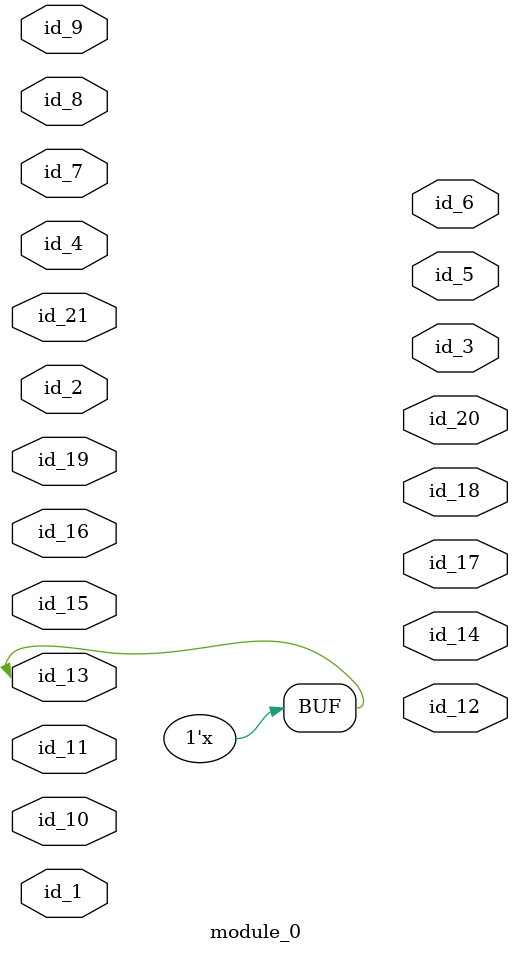
<source format=v>
`timescale 1ps / 1ps
module module_0 (
    id_1,
    id_2,
    id_3,
    id_4,
    id_5,
    id_6,
    id_7,
    id_8,
    id_9,
    id_10,
    id_11,
    id_12,
    id_13,
    id_14,
    id_15,
    id_16,
    id_17,
    id_18,
    id_19,
    id_20,
    id_21
);
  input id_21;
  output id_20;
  inout id_19;
  output id_18;
  output id_17;
  inout id_16;
  inout id_15;
  output id_14;
  inout id_13;
  output id_12;
  input id_11;
  input id_10;
  input id_9;
  input id_8;
  inout id_7;
  output id_6;
  output id_5;
  input id_4;
  output id_3;
  input id_2;
  input id_1;
  initial id_13 = id_13;
endmodule

</source>
